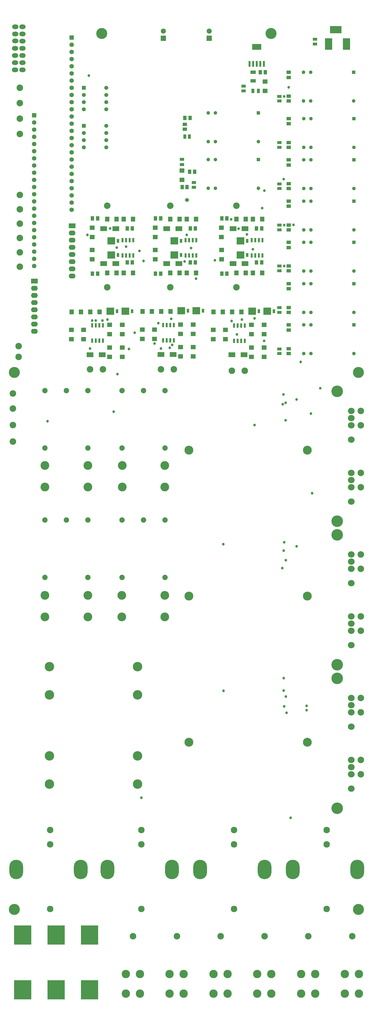
<source format=gts>
G04*
G04 #@! TF.GenerationSoftware,Altium Limited,Altium Designer,24.4.1 (13)*
G04*
G04 Layer_Color=8388736*
%FSLAX25Y25*%
%MOIN*%
G70*
G04*
G04 #@! TF.SameCoordinates,D6D0C77B-36A0-4D54-9E24-613302BCF265*
G04*
G04*
G04 #@! TF.FilePolarity,Negative*
G04*
G01*
G75*
%ADD34R,0.09252X0.06890*%
%ADD35R,0.06894X0.06394*%
%ADD36R,0.06394X0.06894*%
%ADD37R,0.04921X0.06102*%
%ADD38R,0.03394X0.05394*%
%ADD39R,0.10827X0.10394*%
%ADD40R,0.06102X0.05118*%
%ADD41R,0.24213X0.27165*%
%ADD42R,0.06181X0.04213*%
%ADD43R,0.06102X0.04921*%
%ADD44R,0.05906X0.03937*%
%ADD45R,0.02953X0.06398*%
%ADD46R,0.05118X0.06102*%
%ADD47R,0.04213X0.06181*%
%ADD48R,0.02953X0.08268*%
%ADD49R,0.12992X0.08268*%
%ADD50R,0.07480X0.04921*%
%ADD51R,0.03937X0.05906*%
%ADD52C,0.07480*%
%ADD53O,0.19291X0.27165*%
%ADD54C,0.09055*%
%ADD55C,0.12394*%
%ADD56O,0.09394X0.08694*%
%ADD57C,0.16142*%
%ADD58C,0.12205*%
%ADD59R,0.16394X0.10394*%
%ADD60R,0.10394X0.16394*%
%ADD61C,0.07185*%
%ADD62R,0.07185X0.07185*%
%ADD63R,0.05118X0.05118*%
%ADD64C,0.05118*%
%ADD65R,0.05642X0.05642*%
%ADD66C,0.05642*%
%ADD67C,0.11694*%
%ADD68C,0.09094*%
%ADD69C,0.15354*%
%ADD70O,0.08994X0.06394*%
%ADD71C,0.06299*%
%ADD72R,0.06299X0.06299*%
%ADD73C,0.13194*%
%ADD74O,0.09394X0.06894*%
%ADD75R,0.09394X0.06894*%
%ADD76C,0.03794*%
%ADD77C,0.05394*%
D34*
X534071Y1427500D02*
D03*
X551000D02*
D03*
X534071Y1476000D02*
D03*
X551000D02*
D03*
X622071Y1427500D02*
D03*
X639000D02*
D03*
X515035Y1300263D02*
D03*
X531965D02*
D03*
X622071Y1476000D02*
D03*
X639000D02*
D03*
X614035Y1300763D02*
D03*
X630965D02*
D03*
X714571Y1427500D02*
D03*
X731500D02*
D03*
X713035Y1300500D02*
D03*
X729965D02*
D03*
X714571Y1476000D02*
D03*
X731500D02*
D03*
D35*
X518003Y1464500D02*
D03*
Y1477500D02*
D03*
X518103Y1433500D02*
D03*
Y1446500D02*
D03*
X606003Y1464500D02*
D03*
Y1477500D02*
D03*
X489000Y1335000D02*
D03*
Y1322000D02*
D03*
X542400Y1297500D02*
D03*
Y1310500D02*
D03*
X606103Y1433500D02*
D03*
Y1446500D02*
D03*
X542400Y1342000D02*
D03*
Y1329000D02*
D03*
X560000Y1342000D02*
D03*
Y1329000D02*
D03*
Y1297500D02*
D03*
Y1310500D02*
D03*
X506000Y1322000D02*
D03*
Y1335000D02*
D03*
X588000Y1322500D02*
D03*
Y1335500D02*
D03*
X641400Y1311000D02*
D03*
Y1298000D02*
D03*
X698503Y1464500D02*
D03*
Y1477500D02*
D03*
X641400Y1329500D02*
D03*
Y1342500D02*
D03*
X659000D02*
D03*
Y1329500D02*
D03*
Y1298000D02*
D03*
Y1311000D02*
D03*
X605000Y1322500D02*
D03*
Y1335500D02*
D03*
X687000Y1335000D02*
D03*
Y1322000D02*
D03*
X740400Y1297500D02*
D03*
Y1310500D02*
D03*
X698603Y1433500D02*
D03*
Y1446500D02*
D03*
X740400Y1342000D02*
D03*
Y1329000D02*
D03*
X758000D02*
D03*
Y1342000D02*
D03*
Y1310500D02*
D03*
Y1297500D02*
D03*
X704000Y1335000D02*
D03*
Y1322000D02*
D03*
X643500Y1557000D02*
D03*
Y1544000D02*
D03*
X759260Y1681095D02*
D03*
Y1668095D02*
D03*
D36*
X575000Y1489500D02*
D03*
X562000D02*
D03*
X538976D02*
D03*
X551976D02*
D03*
X562000Y1414500D02*
D03*
X575000D02*
D03*
X551976D02*
D03*
X538976D02*
D03*
X663000Y1489500D02*
D03*
X650000D02*
D03*
X626976D02*
D03*
X639976D02*
D03*
X489500Y1360193D02*
D03*
X502500D02*
D03*
X515500D02*
D03*
X528500D02*
D03*
X650000Y1414500D02*
D03*
X663000D02*
D03*
X639976D02*
D03*
X626976D02*
D03*
X601500Y1360693D02*
D03*
X588500D02*
D03*
X627500D02*
D03*
X614500D02*
D03*
X755500Y1489500D02*
D03*
X742500D02*
D03*
X719476D02*
D03*
X732476D02*
D03*
X687500Y1360193D02*
D03*
X700500D02*
D03*
X713500D02*
D03*
X726500D02*
D03*
X742500Y1414500D02*
D03*
X755500D02*
D03*
X732476D02*
D03*
X719476D02*
D03*
D37*
X699000Y1413421D02*
D03*
X706087D02*
D03*
X699000Y1490499D02*
D03*
X706087D02*
D03*
X606500D02*
D03*
X613587D02*
D03*
X747516Y1476500D02*
D03*
X754603D02*
D03*
X574103D02*
D03*
X567016D02*
D03*
X518500Y1413421D02*
D03*
X525587D02*
D03*
X655016Y1476500D02*
D03*
X662103D02*
D03*
X606500Y1413421D02*
D03*
X613587D02*
D03*
X518500Y1490499D02*
D03*
X525587D02*
D03*
X747516Y1429000D02*
D03*
X754603D02*
D03*
X574103D02*
D03*
X567016D02*
D03*
X655016D02*
D03*
X662103D02*
D03*
X653957Y1555500D02*
D03*
X661043D02*
D03*
X647457Y1630500D02*
D03*
X654543D02*
D03*
X759760Y1694095D02*
D03*
X752673D02*
D03*
D38*
X734429Y1459000D02*
D03*
X641929D02*
D03*
Y1439500D02*
D03*
X734429D02*
D03*
X750618Y1361240D02*
D03*
X771618D02*
D03*
X553929Y1459000D02*
D03*
X552618Y1361240D02*
D03*
X651618Y1361740D02*
D03*
X573618Y1361240D02*
D03*
X672618Y1361740D02*
D03*
X553929Y1439500D02*
D03*
D39*
X725173Y1459000D02*
D03*
X632673D02*
D03*
Y1439500D02*
D03*
X725173D02*
D03*
X741362Y1361240D02*
D03*
X762362D02*
D03*
X544673Y1459000D02*
D03*
X543362Y1361240D02*
D03*
X642362Y1361740D02*
D03*
X564362Y1361240D02*
D03*
X663362Y1361740D02*
D03*
X544673Y1439500D02*
D03*
D40*
X792500Y1481193D02*
D03*
Y1474500D02*
D03*
Y1538693D02*
D03*
Y1532000D02*
D03*
Y1366193D02*
D03*
Y1359500D02*
D03*
Y1424193D02*
D03*
Y1417500D02*
D03*
Y1308693D02*
D03*
Y1302000D02*
D03*
Y1589500D02*
D03*
Y1596193D02*
D03*
Y1660693D02*
D03*
Y1654000D02*
D03*
X647500Y1621346D02*
D03*
Y1614654D02*
D03*
D41*
X467750Y491689D02*
D03*
Y415311D02*
D03*
X421000Y491689D02*
D03*
Y415311D02*
D03*
X514500Y491689D02*
D03*
Y415311D02*
D03*
D42*
X779500Y1302000D02*
D03*
Y1308535D02*
D03*
Y1589500D02*
D03*
Y1596035D02*
D03*
Y1532000D02*
D03*
Y1538535D02*
D03*
X829000Y1740035D02*
D03*
Y1733500D02*
D03*
X779500Y1359500D02*
D03*
Y1366035D02*
D03*
X660000Y1533732D02*
D03*
Y1540268D02*
D03*
X779500Y1417500D02*
D03*
Y1424035D02*
D03*
Y1474500D02*
D03*
Y1481035D02*
D03*
Y1654000D02*
D03*
Y1660535D02*
D03*
X729260Y1668095D02*
D03*
Y1674630D02*
D03*
D43*
X792500Y1399500D02*
D03*
Y1392413D02*
D03*
Y1572000D02*
D03*
Y1564913D02*
D03*
Y1457000D02*
D03*
Y1449913D02*
D03*
Y1342000D02*
D03*
Y1334913D02*
D03*
Y1694000D02*
D03*
Y1686913D02*
D03*
Y1507413D02*
D03*
Y1514500D02*
D03*
Y1622413D02*
D03*
Y1629500D02*
D03*
D44*
X643500Y1565260D02*
D03*
Y1572740D02*
D03*
D45*
X663256Y1460177D02*
D03*
X658256D02*
D03*
X653256D02*
D03*
X648256D02*
D03*
Y1438823D02*
D03*
X653256D02*
D03*
X658256D02*
D03*
X663256D02*
D03*
X755756D02*
D03*
X750756D02*
D03*
X745756D02*
D03*
X740756D02*
D03*
Y1460177D02*
D03*
X745756D02*
D03*
X750756D02*
D03*
X755756D02*
D03*
X575256D02*
D03*
X570256D02*
D03*
X565256D02*
D03*
X560256D02*
D03*
Y1438823D02*
D03*
X565256D02*
D03*
X570256D02*
D03*
X575256D02*
D03*
X533000Y1320000D02*
D03*
X528000D02*
D03*
X523000D02*
D03*
X518000D02*
D03*
Y1341354D02*
D03*
X523000D02*
D03*
X528000D02*
D03*
X533000D02*
D03*
X632000Y1341677D02*
D03*
X627000D02*
D03*
X622000D02*
D03*
X617000D02*
D03*
Y1320323D02*
D03*
X622000D02*
D03*
X627000D02*
D03*
X632000D02*
D03*
X731000Y1341177D02*
D03*
X726000D02*
D03*
X721000D02*
D03*
X716000D02*
D03*
Y1319823D02*
D03*
X721000D02*
D03*
X726000D02*
D03*
X731000D02*
D03*
D46*
X650346Y1534000D02*
D03*
X643654D02*
D03*
D47*
X653768Y1604500D02*
D03*
X647232D02*
D03*
D48*
X737760Y1705784D02*
D03*
X742760D02*
D03*
X747760D02*
D03*
X752760D02*
D03*
X757760D02*
D03*
D49*
X747760Y1729406D02*
D03*
D50*
X742760Y1682189D02*
D03*
Y1694000D02*
D03*
D51*
X742520Y1668095D02*
D03*
X750000D02*
D03*
D52*
X619669Y1170500D02*
D03*
Y1250500D02*
D03*
X589669D02*
D03*
X559669D02*
D03*
Y1170500D02*
D03*
X619669Y990000D02*
D03*
Y1070000D02*
D03*
X589669D02*
D03*
X559669D02*
D03*
Y990000D02*
D03*
X512000D02*
D03*
Y1070000D02*
D03*
X482000D02*
D03*
X452000D02*
D03*
Y990000D02*
D03*
X512000Y1170500D02*
D03*
Y1250500D02*
D03*
X482000D02*
D03*
X452000D02*
D03*
Y1170500D02*
D03*
D53*
X412000Y583000D02*
D03*
X502000D02*
D03*
X668673D02*
D03*
X758673D02*
D03*
X539346D02*
D03*
X629346D02*
D03*
X888000D02*
D03*
X798000D02*
D03*
D54*
X459480Y528000D02*
D03*
Y638000D02*
D03*
Y618000D02*
D03*
X716154Y528000D02*
D03*
Y638000D02*
D03*
Y618000D02*
D03*
X586827Y528000D02*
D03*
Y638000D02*
D03*
Y618000D02*
D03*
X845480D02*
D03*
Y638000D02*
D03*
Y528000D02*
D03*
D55*
X818500Y964000D02*
D03*
X653146D02*
D03*
X818500Y1167500D02*
D03*
X653146D02*
D03*
X818500Y760500D02*
D03*
X653146D02*
D03*
D56*
X879748Y1212193D02*
D03*
Y1222193D02*
D03*
Y1182193D02*
D03*
Y1202193D02*
D03*
Y1125657D02*
D03*
Y1135658D02*
D03*
Y1095658D02*
D03*
Y1115658D02*
D03*
Y915658D02*
D03*
Y895658D02*
D03*
Y935658D02*
D03*
Y925657D02*
D03*
Y1002193D02*
D03*
Y982193D02*
D03*
Y1022193D02*
D03*
Y1012193D02*
D03*
Y812193D02*
D03*
Y822193D02*
D03*
Y782193D02*
D03*
Y802193D02*
D03*
Y725658D02*
D03*
Y735658D02*
D03*
Y695657D02*
D03*
Y715658D02*
D03*
D57*
X860000Y1068500D02*
D03*
Y1249350D02*
D03*
Y1049350D02*
D03*
Y868500D02*
D03*
Y668500D02*
D03*
Y849350D02*
D03*
D58*
X560000Y1116000D02*
D03*
Y1146000D02*
D03*
X559500Y935000D02*
D03*
Y965000D02*
D03*
X452000Y935000D02*
D03*
Y965000D02*
D03*
X512000Y935000D02*
D03*
Y965000D02*
D03*
X619500Y935000D02*
D03*
Y965000D02*
D03*
X512000Y1146000D02*
D03*
Y1116000D02*
D03*
X619500Y1146000D02*
D03*
Y1116000D02*
D03*
X452000Y1146000D02*
D03*
Y1116000D02*
D03*
D59*
X858000Y1753500D02*
D03*
D60*
X873000Y1733500D02*
D03*
X848000D02*
D03*
D61*
X617500Y1751500D02*
D03*
X681500D02*
D03*
D62*
X617500Y1741500D02*
D03*
X681500D02*
D03*
D63*
X750000Y1572500D02*
D03*
X883000Y1694000D02*
D03*
X883500Y1629500D02*
D03*
Y1399500D02*
D03*
Y1514500D02*
D03*
Y1572000D02*
D03*
Y1342000D02*
D03*
X750000Y1637500D02*
D03*
X883500Y1457000D02*
D03*
D64*
X690000Y1572500D02*
D03*
X680000D02*
D03*
Y1532500D02*
D03*
X690000D02*
D03*
X750000D02*
D03*
X823000Y1694000D02*
D03*
X813000D02*
D03*
Y1654000D02*
D03*
X823000D02*
D03*
X883000D02*
D03*
X823500Y1629500D02*
D03*
X813500D02*
D03*
Y1589500D02*
D03*
X823500D02*
D03*
X883500D02*
D03*
X823500Y1399500D02*
D03*
X813500D02*
D03*
Y1359500D02*
D03*
X823500D02*
D03*
X883500D02*
D03*
X823500Y1514500D02*
D03*
X813500D02*
D03*
Y1474500D02*
D03*
X823500D02*
D03*
X883500D02*
D03*
X823500Y1572000D02*
D03*
X813500D02*
D03*
Y1532000D02*
D03*
X823500D02*
D03*
X883500D02*
D03*
X823500Y1342000D02*
D03*
X813500D02*
D03*
Y1302000D02*
D03*
X823500D02*
D03*
X883500D02*
D03*
X690000Y1637500D02*
D03*
X680000D02*
D03*
Y1597500D02*
D03*
X690000D02*
D03*
X750000D02*
D03*
X823500Y1457000D02*
D03*
X813500D02*
D03*
Y1417000D02*
D03*
X823500D02*
D03*
X883500D02*
D03*
D65*
X506374Y1619500D02*
D03*
Y1672500D02*
D03*
D66*
Y1609500D02*
D03*
Y1599500D02*
D03*
Y1589500D02*
D03*
X537626D02*
D03*
Y1599500D02*
D03*
Y1609500D02*
D03*
Y1619500D02*
D03*
Y1672500D02*
D03*
Y1662500D02*
D03*
Y1652500D02*
D03*
Y1642500D02*
D03*
X506374D02*
D03*
Y1652500D02*
D03*
Y1662500D02*
D03*
D67*
X809652Y437500D02*
D03*
X829337D02*
D03*
X809652Y409941D02*
D03*
X829337D02*
D03*
X687326Y437500D02*
D03*
X707011D02*
D03*
X687326Y409941D02*
D03*
X707011D02*
D03*
X565000Y437500D02*
D03*
X584685D02*
D03*
X565000Y409941D02*
D03*
X584685D02*
D03*
X890500D02*
D03*
X870815D02*
D03*
X890500Y437500D02*
D03*
X870815D02*
D03*
X645848Y409941D02*
D03*
X626163D02*
D03*
X645848Y437500D02*
D03*
X626163D02*
D03*
X748489D02*
D03*
X768174D02*
D03*
X748489Y409941D02*
D03*
X768174D02*
D03*
D68*
X417000Y1423000D02*
D03*
Y1443000D02*
D03*
Y1463000D02*
D03*
Y1483000D02*
D03*
Y1503000D02*
D03*
Y1523000D02*
D03*
X415500Y1297500D02*
D03*
Y1312500D02*
D03*
X893000Y1022193D02*
D03*
Y1002193D02*
D03*
Y735657D02*
D03*
Y915657D02*
D03*
Y715657D02*
D03*
Y802193D02*
D03*
Y935657D02*
D03*
Y822193D02*
D03*
Y1135657D02*
D03*
Y1222193D02*
D03*
Y1202193D02*
D03*
Y1115657D02*
D03*
X417036Y1608000D02*
D03*
X626976Y1394500D02*
D03*
X417036Y1672500D02*
D03*
X880999Y490189D02*
D03*
X417036Y1651000D02*
D03*
Y1629500D02*
D03*
X614035Y1280000D02*
D03*
X713035Y1278000D02*
D03*
X515035Y1280000D02*
D03*
X626976Y1508000D02*
D03*
X538976Y1508000D02*
D03*
Y1394500D02*
D03*
X719476Y1508000D02*
D03*
Y1394500D02*
D03*
X632000Y1280000D02*
D03*
X533000D02*
D03*
X819836Y490189D02*
D03*
X758673D02*
D03*
X575184D02*
D03*
X697510D02*
D03*
X636347D02*
D03*
X730965Y1278000D02*
D03*
X407500Y1179500D02*
D03*
Y1202500D02*
D03*
Y1225500D02*
D03*
Y1246500D02*
D03*
D69*
X409449Y527559D02*
D03*
X889764D02*
D03*
X409449Y1275591D02*
D03*
X767717Y1748031D02*
D03*
X531496D02*
D03*
X889764Y1275591D02*
D03*
D70*
X410500Y1697500D02*
D03*
X420650Y1697450D02*
D03*
Y1727450D02*
D03*
Y1717450D02*
D03*
X410500Y1707500D02*
D03*
X420650Y1707450D02*
D03*
Y1757450D02*
D03*
X420800Y1747400D02*
D03*
X410500Y1727500D02*
D03*
X410700Y1737600D02*
D03*
Y1747500D02*
D03*
Y1757500D02*
D03*
X410500Y1717500D02*
D03*
X420650Y1737450D02*
D03*
D71*
X437000Y1424000D02*
D03*
Y1434000D02*
D03*
Y1444000D02*
D03*
Y1454000D02*
D03*
Y1464000D02*
D03*
Y1474000D02*
D03*
Y1484000D02*
D03*
Y1494000D02*
D03*
Y1504000D02*
D03*
Y1514000D02*
D03*
Y1524000D02*
D03*
Y1534000D02*
D03*
Y1544000D02*
D03*
Y1554000D02*
D03*
Y1564000D02*
D03*
Y1574000D02*
D03*
Y1584000D02*
D03*
Y1594000D02*
D03*
Y1604000D02*
D03*
Y1614000D02*
D03*
Y1624000D02*
D03*
X489500Y1732500D02*
D03*
Y1722500D02*
D03*
Y1712500D02*
D03*
Y1702500D02*
D03*
Y1692500D02*
D03*
Y1682500D02*
D03*
Y1672500D02*
D03*
Y1662500D02*
D03*
Y1652500D02*
D03*
Y1642500D02*
D03*
Y1632500D02*
D03*
Y1622500D02*
D03*
Y1612500D02*
D03*
Y1602500D02*
D03*
Y1592500D02*
D03*
Y1582500D02*
D03*
Y1572500D02*
D03*
Y1562500D02*
D03*
Y1552500D02*
D03*
Y1542500D02*
D03*
Y1532500D02*
D03*
Y1522500D02*
D03*
Y1512500D02*
D03*
Y1502500D02*
D03*
D72*
X437000Y1634000D02*
D03*
X489500Y1742500D02*
D03*
D73*
X458500Y741400D02*
D03*
Y702000D02*
D03*
Y865900D02*
D03*
Y826500D02*
D03*
X581500D02*
D03*
Y865900D02*
D03*
Y702000D02*
D03*
Y741400D02*
D03*
D74*
X490000Y1410000D02*
D03*
Y1430000D02*
D03*
Y1450000D02*
D03*
Y1460000D02*
D03*
Y1470000D02*
D03*
Y1440000D02*
D03*
Y1420000D02*
D03*
X437500Y1343000D02*
D03*
Y1363000D02*
D03*
Y1393000D02*
D03*
Y1383000D02*
D03*
Y1373000D02*
D03*
Y1353000D02*
D03*
Y1333000D02*
D03*
D75*
X490000Y1480000D02*
D03*
X437500Y1403000D02*
D03*
D76*
X701200Y1036500D02*
D03*
X809000Y1290500D02*
D03*
X825000Y1107500D02*
D03*
X817500Y811000D02*
D03*
Y805000D02*
D03*
X758500Y1529000D02*
D03*
X742500Y1447500D02*
D03*
X663000Y1406500D02*
D03*
X584000Y1445000D02*
D03*
X543000Y1476500D02*
D03*
X532300Y1347975D02*
D03*
X539500Y1349500D02*
D03*
X518000Y1348149D02*
D03*
X522997Y1347997D02*
D03*
X788000Y1233500D02*
D03*
X784000Y1231500D02*
D03*
X783500Y1003000D02*
D03*
X553500Y1273500D02*
D03*
X788000Y1209000D02*
D03*
X789500Y801500D02*
D03*
X786000Y1039200D02*
D03*
X788500Y1014000D02*
D03*
X785000Y1245000D02*
D03*
X734000Y1468000D02*
D03*
X614000Y1309000D02*
D03*
X626305Y1310200D02*
D03*
X629579Y1314000D02*
D03*
X569500Y1308500D02*
D03*
X712000Y1489000D02*
D03*
X565378Y1451122D02*
D03*
X823500Y1218500D02*
D03*
X515000Y1309000D02*
D03*
X647000Y1430500D02*
D03*
X785500Y1545000D02*
D03*
X628500Y1350500D02*
D03*
X548000Y1221000D02*
D03*
X786000Y1481000D02*
D03*
X744700Y1202300D02*
D03*
X758100Y1319750D02*
D03*
X610500Y1344500D02*
D03*
X727200Y1349500D02*
D03*
X605000Y1316000D02*
D03*
X799000Y1481500D02*
D03*
X803500Y1238000D02*
D03*
X788225Y824224D02*
D03*
X786071Y810500D02*
D03*
X803500Y1033500D02*
D03*
X785500Y1027500D02*
D03*
X786000Y1660500D02*
D03*
Y1424000D02*
D03*
X689500Y1432000D02*
D03*
X513400Y1689300D02*
D03*
X701500Y832125D02*
D03*
X795000Y655000D02*
D03*
X785300Y832500D02*
D03*
Y849900D02*
D03*
X655956Y1449000D02*
D03*
X511300Y1467300D02*
D03*
X650000D02*
D03*
X722500Y1476000D02*
D03*
X586800Y683000D02*
D03*
X577300Y1331000D02*
D03*
X755500Y1504600D02*
D03*
X744700Y1351000D02*
D03*
X720100Y1328700D02*
D03*
X589600Y1431000D02*
D03*
X455700Y1207800D02*
D03*
X712800Y1347400D02*
D03*
X552400Y1449600D02*
D03*
X836344Y1253756D02*
D03*
X792500Y1673000D02*
D03*
D77*
X650500Y1516000D02*
D03*
M02*

</source>
